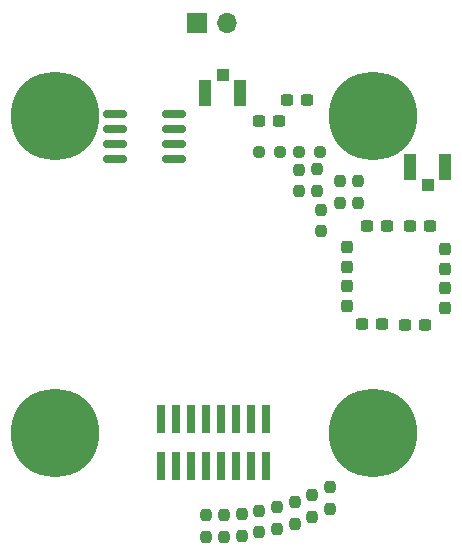
<source format=gbr>
%TF.GenerationSoftware,KiCad,Pcbnew,6.0.6-3a73a75311~116~ubuntu20.04.1*%
%TF.CreationDate,2022-09-27T10:12:32+01:00*%
%TF.ProjectId,UFOControlDeck,55464f43-6f6e-4747-926f-6c4465636b2e,rev?*%
%TF.SameCoordinates,Original*%
%TF.FileFunction,Soldermask,Bot*%
%TF.FilePolarity,Negative*%
%FSLAX46Y46*%
G04 Gerber Fmt 4.6, Leading zero omitted, Abs format (unit mm)*
G04 Created by KiCad (PCBNEW 6.0.6-3a73a75311~116~ubuntu20.04.1) date 2022-09-27 10:12:32*
%MOMM*%
%LPD*%
G01*
G04 APERTURE LIST*
G04 Aperture macros list*
%AMRoundRect*
0 Rectangle with rounded corners*
0 $1 Rounding radius*
0 $2 $3 $4 $5 $6 $7 $8 $9 X,Y pos of 4 corners*
0 Add a 4 corners polygon primitive as box body*
4,1,4,$2,$3,$4,$5,$6,$7,$8,$9,$2,$3,0*
0 Add four circle primitives for the rounded corners*
1,1,$1+$1,$2,$3*
1,1,$1+$1,$4,$5*
1,1,$1+$1,$6,$7*
1,1,$1+$1,$8,$9*
0 Add four rect primitives between the rounded corners*
20,1,$1+$1,$2,$3,$4,$5,0*
20,1,$1+$1,$4,$5,$6,$7,0*
20,1,$1+$1,$6,$7,$8,$9,0*
20,1,$1+$1,$8,$9,$2,$3,0*%
G04 Aperture macros list end*
%ADD10R,1.700000X1.700000*%
%ADD11O,1.700000X1.700000*%
%ADD12C,7.500000*%
%ADD13RoundRect,0.237500X-0.237500X0.250000X-0.237500X-0.250000X0.237500X-0.250000X0.237500X0.250000X0*%
%ADD14R,0.740000X2.400000*%
%ADD15RoundRect,0.237500X-0.300000X-0.237500X0.300000X-0.237500X0.300000X0.237500X-0.300000X0.237500X0*%
%ADD16RoundRect,0.237500X-0.237500X0.300000X-0.237500X-0.300000X0.237500X-0.300000X0.237500X0.300000X0*%
%ADD17RoundRect,0.237500X0.237500X-0.300000X0.237500X0.300000X-0.237500X0.300000X-0.237500X-0.300000X0*%
%ADD18RoundRect,0.237500X0.237500X-0.250000X0.237500X0.250000X-0.237500X0.250000X-0.237500X-0.250000X0*%
%ADD19RoundRect,0.237500X-0.250000X-0.237500X0.250000X-0.237500X0.250000X0.237500X-0.250000X0.237500X0*%
%ADD20R,1.000000X1.050000*%
%ADD21R,1.050000X2.200000*%
%ADD22RoundRect,0.150000X0.825000X0.150000X-0.825000X0.150000X-0.825000X-0.150000X0.825000X-0.150000X0*%
G04 APERTURE END LIST*
D10*
%TO.C,J1*%
X137200000Y-94000000D03*
D11*
X139740000Y-94000000D03*
%TD*%
D12*
%TO.C,H1*%
X125229942Y-101829942D03*
%TD*%
%TO.C,H2*%
X125229942Y-128700000D03*
%TD*%
%TO.C,H3*%
X152100000Y-101829942D03*
%TD*%
%TO.C,H4*%
X152100000Y-128700000D03*
%TD*%
D13*
%TO.C,R19*%
X142500000Y-135275000D03*
X142500000Y-137100000D03*
%TD*%
%TO.C,R20*%
X144000000Y-134975000D03*
X144000000Y-136800000D03*
%TD*%
%TO.C,R21*%
X145500000Y-134575000D03*
X145500000Y-136400000D03*
%TD*%
%TO.C,R22*%
X147000000Y-133975000D03*
X147000000Y-135800000D03*
%TD*%
%TO.C,R23*%
X148500000Y-133275000D03*
X148500000Y-135100000D03*
%TD*%
D14*
%TO.C,J13*%
X134155000Y-127550000D03*
X134155000Y-131450000D03*
X135425000Y-127550000D03*
X135425000Y-131450000D03*
X136695000Y-127550000D03*
X136695000Y-131450000D03*
X137965000Y-127550000D03*
X137965000Y-131450000D03*
X139235000Y-127550000D03*
X139235000Y-131450000D03*
X140505000Y-127550000D03*
X140505000Y-131450000D03*
X141775000Y-127550000D03*
X141775000Y-131450000D03*
X143045000Y-127550000D03*
X143045000Y-131450000D03*
%TD*%
D15*
%TO.C,C12*%
X144825000Y-100525000D03*
X146550000Y-100525000D03*
%TD*%
D13*
%TO.C,R16*%
X138000000Y-135675000D03*
X138000000Y-137500000D03*
%TD*%
%TO.C,R18*%
X141000000Y-135575000D03*
X141000000Y-137400000D03*
%TD*%
%TO.C,R17*%
X139500000Y-135675000D03*
X139500000Y-137500000D03*
%TD*%
D16*
%TO.C,C30*%
X158200000Y-116387500D03*
X158200000Y-118112500D03*
%TD*%
D15*
%TO.C,C31*%
X154837500Y-119550000D03*
X156562500Y-119550000D03*
%TD*%
%TO.C,C32*%
X151187500Y-119500000D03*
X152912500Y-119500000D03*
%TD*%
D17*
%TO.C,C33*%
X158200000Y-114800000D03*
X158200000Y-113075000D03*
%TD*%
D16*
%TO.C,C34*%
X149900000Y-116237500D03*
X149900000Y-117962500D03*
%TD*%
%TO.C,C35*%
X149900000Y-112937500D03*
X149900000Y-114662500D03*
%TD*%
D15*
%TO.C,C37*%
X151587500Y-111200000D03*
X153312500Y-111200000D03*
%TD*%
%TO.C,C38*%
X155237500Y-111150000D03*
X156962500Y-111150000D03*
%TD*%
%TO.C,C46*%
X142450000Y-102300000D03*
X144175000Y-102300000D03*
%TD*%
D13*
%TO.C,R24*%
X149350000Y-107375000D03*
X149350000Y-109200000D03*
%TD*%
D18*
%TO.C,R25*%
X145850000Y-108225000D03*
X145850000Y-106400000D03*
%TD*%
D13*
%TO.C,R3*%
X147350000Y-106375000D03*
X147350000Y-108200000D03*
%TD*%
D19*
%TO.C,R7*%
X145850000Y-104900000D03*
X147675000Y-104900000D03*
%TD*%
D13*
%TO.C,R8*%
X150900000Y-107387500D03*
X150900000Y-109212500D03*
%TD*%
D19*
%TO.C,R26*%
X142450000Y-104900000D03*
X144275000Y-104900000D03*
%TD*%
D18*
%TO.C,R10*%
X147750000Y-111612500D03*
X147750000Y-109787500D03*
%TD*%
D20*
%TO.C,J6*%
X156750000Y-107730000D03*
D21*
X155275000Y-106205000D03*
X158225000Y-106205000D03*
%TD*%
D20*
%TO.C,J4*%
X139400000Y-98370000D03*
D21*
X140875000Y-99895000D03*
X137925000Y-99895000D03*
%TD*%
D22*
%TO.C,U1*%
X135275000Y-101645000D03*
X135275000Y-102915000D03*
X135275000Y-104185000D03*
X135275000Y-105455000D03*
X130325000Y-105455000D03*
X130325000Y-104185000D03*
X130325000Y-102915000D03*
X130325000Y-101645000D03*
%TD*%
M02*

</source>
